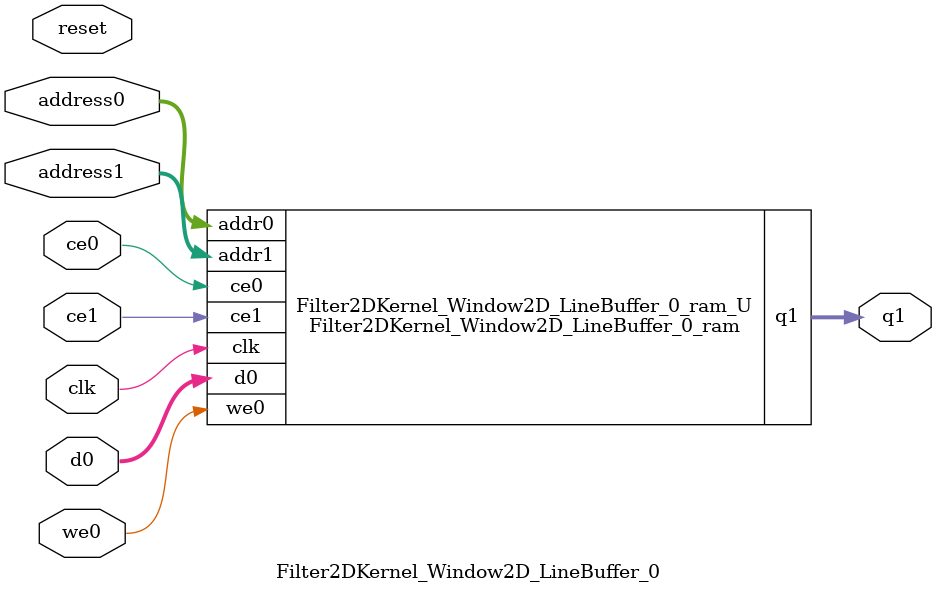
<source format=v>
`timescale 1 ns / 1 ps
module Filter2DKernel_Window2D_LineBuffer_0_ram (addr0, ce0, d0, we0, addr1, ce1, q1,  clk);

parameter DWIDTH = 32;
parameter AWIDTH = 11;
parameter MEM_SIZE = 1920;

input[AWIDTH-1:0] addr0;
input ce0;
input[DWIDTH-1:0] d0;
input we0;
input[AWIDTH-1:0] addr1;
input ce1;
output reg[DWIDTH-1:0] q1;
input clk;

reg [DWIDTH-1:0] ram[0:MEM_SIZE-1];




always @(posedge clk)  
begin 
    if (ce0) begin
        if (we0) 
            ram[addr0] <= d0; 
    end
end


always @(posedge clk)  
begin 
    if (ce1) begin
        q1 <= ram[addr1];
    end
end


endmodule

`timescale 1 ns / 1 ps
module Filter2DKernel_Window2D_LineBuffer_0(
    reset,
    clk,
    address0,
    ce0,
    we0,
    d0,
    address1,
    ce1,
    q1);

parameter DataWidth = 32'd32;
parameter AddressRange = 32'd1920;
parameter AddressWidth = 32'd11;
input reset;
input clk;
input[AddressWidth - 1:0] address0;
input ce0;
input we0;
input[DataWidth - 1:0] d0;
input[AddressWidth - 1:0] address1;
input ce1;
output[DataWidth - 1:0] q1;



Filter2DKernel_Window2D_LineBuffer_0_ram Filter2DKernel_Window2D_LineBuffer_0_ram_U(
    .clk( clk ),
    .addr0( address0 ),
    .ce0( ce0 ),
    .we0( we0 ),
    .d0( d0 ),
    .addr1( address1 ),
    .ce1( ce1 ),
    .q1( q1 ));

endmodule


</source>
